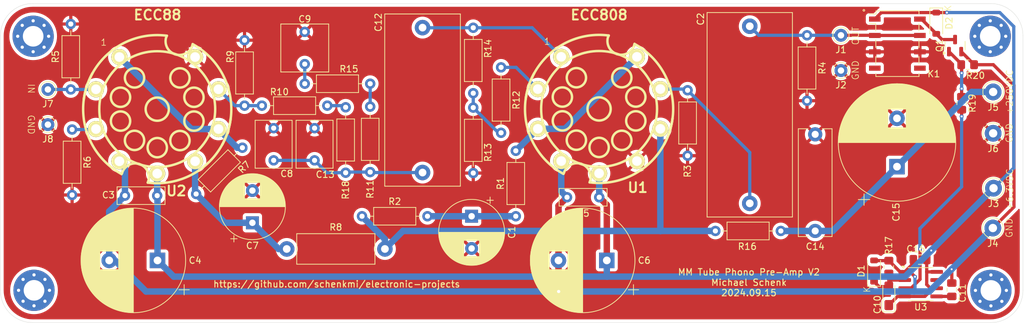
<source format=kicad_pcb>
(kicad_pcb (version 20240108) (generator "pcbnew") (generator_version "8.0")
  (layers (0 "F.Cu" signal) (31 "B.Cu" signal) (34 "B.Paste" user) (35 "F.Paste" user) (36 "B.SilkS" user "B.Silkscreen") (37 "F.SilkS" user "F.Silkscreen") (38 "B.Mask" user) (39 "F.Mask" user) (44 "Edge.Cuts" user))
  (net 0 "")
  (net 1 "FVCC")
  (net 2 "FGND")
  (net 3 "GND")
  (net 4 "Net-(C12-Pad1)")
  (net 5 "Net-(C9-Pad2)")
  (net 6 "Net-(U1B-G)")
  (net 7 "VDDA")
  (net 8 "Net-(J1-Pin_1)")
  (net 9 "Net-(J7-Pin_1)")
  (net 10 "Net-(C1-Pad1)")
  (net 11 "Net-(U2A-A)")
  (net 12 "Net-(R11-Pad2)")
  (net 13 "Net-(U1A-G)")
  (net 14 "Net-(U1A-K)")
  (net 15 "Net-(U1B-K)")
  (net 16 "Net-(U1A-A)")
  (net 17 "Net-(U2A-G)")
  (net 18 "Net-(U2A-K)")
  (net 19 "Net-(U2B-K)")
  (net 20 "Net-(R10-Pad2)")
  (net 21 "Net-(R12-Pad2)")
  (net 22 "Net-(D1-K)")
  (net 23 "Net-(U3-CV)")
  (net 24 "Net-(D2-A)")
  (net 27 "Net-(Q1-B)")
  (net 28 "Net-(U3-Q)")
  (footprint "Connector_Pin:Pin_D1.0mm_L10.0mm" (layer "F.Cu") (at 166.052316 86.6)
    (property "Reference" "J2" (at 0 2.25 0) (layer "F.SilkS"))
    (property "Value" "Conn_01x01")
    (pad "1" thru_hole circle (at 0 0) (size 2 2) (drill 1) (layers "*.Cu" "*.Mask") (net 3 "GND"))
  )
  (footprint "Capacitor_THT:CP_Radial_D18.0mm_P7.50mm" (layer "F.Cu") (at 174.752 101.52178 90)
    (property "Reference" "C15" (at -7.06322 -0.127 90) (layer "F.SilkS"))
    (property "Value" "100uF")
    (pad "1" thru_hole rect (at 0 0 90) (size 2.4 2.4) (drill 1.2) (layers "*.Cu" "*.Mask") (net 7 "VDDA"))
    (pad "2" thru_hole circle (at 7.5 0 90) (size 2.4 2.4) (drill 1.2) (layers "*.Cu" "*.Mask") (net 3 "GND"))
  )
  (footprint "Diode_SMD:D_SOD-123" (layer "F.Cu") (at 171.196 117.728 90)
    (property "Reference" "D1" (at 0 -2 90) (layer "F.SilkS"))
    (property "Value" "1N4148W")
    (pad "1" smd roundrect (at -1.65 0 90) (size 0.9 1.2) (layers "F.Cu" "F.Paste" "F.Mask") (net 22 "Net-(D1-K)"))
    (pad "2" smd roundrect (at 1.65 0 90) (size 0.9 1.2) (layers "F.Cu" "F.Paste" "F.Mask") (net 2 "FGND"))
  )
  (footprint "Connector_Pin:Pin_D1.0mm_L10.0mm" (layer "F.Cu") (at 166.052316 81.1276)
    (property "Reference" "J1" (at 0 2.25 0) (layer "F.SilkS"))
    (property "Value" "Conn_01x01")
    (pad "1" thru_hole circle (at 0 0) (size 2 2) (drill 1) (layers "*.Cu" "*.Mask") (net 8 "Net-(J1-Pin_1)"))
  )
  (footprint "Package_SO:SOIC-8_3.9x4.9mm_P1.27mm" (layer "F.Cu") (at 178.435 119.761)
    (property "Reference" "U3" (at 0 3.556 0) (layer "F.SilkS"))
    (property "Value" "TLC555xD")
    (pad "1" smd roundrect (at -2.475 -1.905) (size 1.95 0.6) (layers "F.Cu" "F.Paste" "F.Mask") (net 2 "FGND"))
    (pad "2" smd roundrect (at -2.475 -0.635) (size 1.95 0.6) (layers "F.Cu" "F.Paste" "F.Mask") (net 22 "Net-(D1-K)"))
    (pad "3" smd roundrect (at -2.475 0.635) (size 1.95 0.6) (layers "F.Cu" "F.Paste" "F.Mask") (net 28 "Net-(U3-Q)"))
    (pad "4" smd roundrect (at -2.475 1.905) (size 1.95 0.6) (layers "F.Cu" "F.Paste" "F.Mask") (net 1 "FVCC"))
    (pad "5" smd roundrect (at 2.475 1.905) (size 1.95 0.6) (layers "F.Cu" "F.Paste" "F.Mask") (net 23 "Net-(U3-CV)"))
    (pad "6" smd roundrect (at 2.475 0.635) (size 1.95 0.6) (layers "F.Cu" "F.Paste" "F.Mask") (net 1 "FVCC"))
    (pad "7" smd roundrect (at 2.475 -0.635) (size 1.95 0.6) (layers "F.Cu" "F.Paste" "F.Mask"))
    (pad "8" smd roundrect (at 2.475 -1.905) (size 1.95 0.6) (layers "F.Cu" "F.Paste" "F.Mask") (net 1 "FVCC"))
  )
  (footprint "Resistor_SMD:R_0805_2012Metric_Pad1.20x1.40mm_HandSolder" (layer "F.Cu") (at 184.785 91.678 -90)
    (property "Reference" "R19" (at 0 -1.65 90) (layer "F.SilkS"))
    (property "Value" "2.49k")
    (pad "1" smd roundrect (at -1 0 270) (size 1.2 1.4) (layers "F.Cu" "F.Paste" "F.Mask") (roundrect_rratio 0.208333) (net 27 "Net-(Q1-B)"))
    (pad "2" smd roundrect (at 1 0 270) (size 1.2 1.4) (layers "F.Cu" "F.Paste" "F.Mask") (roundrect_rratio 0.208333) (net 28 "Net-(U3-Q)"))
  )
  (footprint "Capacitor_THT:C_Rect_L7.2mm_W2.5mm_P5.00mm_FKS2_FKP2_MKS2_MKP2" (layer "F.Cu") (at 59.8932 106.0196 180)
    (property "Reference" "C3" (at 7.5692 0.1016 0) (layer "F.SilkS"))
    (property "Value" "100nF")
    (pad "1" thru_hole circle (at 0 0 180) (size 1.6 1.6) (drill 0.8) (layers "*.Cu" "*.Mask") (net 1 "FVCC"))
    (pad "2" thru_hole circle (at 5 0 180) (size 1.6 1.6) (drill 0.8) (layers "*.Cu" "*.Mask") (net 2 "FGND"))
  )
  (footprint "Capacitor_THT:C_Rect_L7.2mm_W2.5mm_P5.00mm_FKS2_FKP2_MKS2_MKP2" (layer "F.Cu") (at 128.524 106.2736 180)
    (property "Reference" "C5" (at 2.5 -2.5 0) (layer "F.SilkS"))
    (property "Value" "100nF")
    (pad "1" thru_hole circle (at 0 0 180) (size 1.6 1.6) (drill 0.8) (layers "*.Cu" "*.Mask") (net 1 "FVCC"))
    (pad "2" thru_hole circle (at 5 0 180) (size 1.6 1.6) (drill 0.8) (layers "*.Cu" "*.Mask") (net 2 "FGND"))
  )
  (footprint "Resistor_THT:R_Axial_DIN0207_L6.3mm_D2.5mm_P10.16mm_Horizontal" (layer "F.Cu") (at 46.482 89.535 90)
    (property "Reference" "R5" (at 5.08 -2.37 90) (layer "F.SilkS"))
    (property "Value" "49k")
    (pad "1" thru_hole circle (at 0 0 90) (size 1.6 1.6) (drill 0.8) (layers "*.Cu" "*.Mask") (net 9 "Net-(J7-Pin_1)"))
    (pad "2" thru_hole oval (at 10.16 0 90) (size 1.6 1.6) (drill 0.8) (layers "*.Cu" "*.Mask") (net 3 "GND"))
  )
  (footprint "Resistor_THT:R_Axial_DIN0207_L6.3mm_D2.5mm_P10.16mm_Horizontal" (layer "F.Cu") (at 76.1492 92.0496)
    (property "Reference" "R10" (at 2.7178 -2.1336 0) (layer "F.SilkS"))
    (property "Value" "20k")
    (pad "1" thru_hole circle (at 0 0) (size 1.6 1.6) (drill 0.8) (layers "*.Cu" "*.Mask") (net 18 "Net-(U2A-K)"))
    (pad "2" thru_hole oval (at 10.16 0) (size 1.6 1.6) (drill 0.8) (layers "*.Cu" "*.Mask") (net 20 "Net-(R10-Pad2)"))
  )
  (footprint "kicad-snk:TubeNoval-ECC88" (layer "F.Cu") (at 128.502699 92.562879 180)
    (property "Reference" "U1" (at -5.990301 -12.212121 0) (layer "F.SilkS") (effects (font (size 1.524 1.524) (thickness 0.3048))))
    (property "Value" "ECC808" (at 0 14.584879 0) (layer "F.SilkS") (effects (font (size 1.524 1.524) (thickness 0.3048))))
    (pad "1" thru_hole circle (at 5.87756 8.0899 180) (size 2.49936 2.49936) (drill 1.4986) (layers "*.Cu" "*.Mask" "F.SilkS") (net 6 "Net-(U1B-G)"))
    (pad "2" thru_hole circle (at 9.50976 3.0861 180) (size 2.49936 2.49936) (drill 1.4986) (layers "*.Cu" "*.Mask" "F.SilkS") (net 15 "Net-(U1B-K)"))
    (pad "3" thru_hole circle (at 9.50976 -3.0861 180) (size 2.49936 2.49936) (drill 1.4986) (layers "*.Cu" "*.Mask" "F.SilkS") (net 13 "Net-(U1A-G)"))
    (pad "4" thru_hole circle (at 5.87756 -8.0899 180) (size 2.49936 2.49936) (drill 1.4986) (layers "*.Cu" "*.Mask" "F.SilkS") (net 2 "FGND"))
    (pad "5" thru_hole circle (at 0 -9.99998 180) (size 2.49936 2.49936) (drill 1.4986) (layers "*.Cu" "*.Mask" "F.SilkS") (net 1 "FVCC"))
    (pad "6" thru_hole circle (at -5.87756 -8.0899 180) (size 2.49936 2.49936) (drill 1.4986) (layers "*.Cu" "*.Mask" "F.SilkS") (net 3 "GND"))
    (pad "7" thru_hole circle (at -9.50976 -3.0861 180) (size 2.49936 2.49936) (drill 1.4986) (layers "*.Cu" "*.Mask" "F.SilkS") (net 16 "Net-(U1A-A)"))
    (pad "8" thru_hole circle (at -9.50976 3.0861 180) (size 2.49936 2.49936) (drill 1.4986) (layers "*.Cu" "*.Mask" "F.SilkS") (net 14 "Net-(U1A-K)"))
    (pad "9" thru_hole circle (at -5.87756 8.0899 180) (size 2.49936 2.49936) (drill 1.4986) (layers "*.Cu" "*.Mask" "F.SilkS") (net 13 "Net-(U1A-G)"))
  )
  (footprint "Connector_Pin:Pin_D1.0mm_L10.0mm" (layer "F.Cu") (at 42.926 89.535)
    (property "Reference" "J7" (at 0 2.25 0) (layer "F.SilkS"))
    (property "Value" "Conn_01x01")
    (pad "1" thru_hole circle (at 0 0) (size 2 2) (drill 1) (layers "*.Cu" "*.Mask") (net 9 "Net-(J7-Pin_1)"))
  )
  (footprint "Capacitor_THT:CP_Radial_D16.0mm_P7.50mm" (layer "F.Cu") (at 59.944 116.078 180)
    (property "Reference" "C4" (at -5.842 0 0) (layer "F.SilkS"))
    (property "Value" "2200uF")
    (pad "1" thru_hole rect (at 0 0 180) (size 2.4 2.4) (drill 1.2) (layers "*.Cu" "*.Mask") (net 1 "FVCC"))
    (pad "2" thru_hole circle (at 7.5 0 180) (size 2.4 2.4) (drill 1.2) (layers "*.Cu" "*.Mask") (net 2 "FGND"))
  )
  (footprint "Resistor_THT:R_Axial_DIN0207_L6.3mm_D2.5mm_P10.16mm_Horizontal" (layer "F.Cu") (at 108.966 79.9592 -90)
    (property "Reference" "R14" (at 3.2258 -2.286 90) (layer "F.SilkS"))
    (property "Value" "1meg")
    (pad "1" thru_hole circle (at 0 0 270) (size 1.6 1.6) (drill 0.8) (layers "*.Cu" "*.Mask") (net 6 "Net-(U1B-G)"))
    (pad "2" thru_hole oval (at 10.16 0 270) (size 1.6 1.6) (drill 0.8) (layers "*.Cu" "*.Mask") (net 21 "Net-(R12-Pad2)"))
  )
  (footprint "Connector_Pin:Pin_D1.3mm_L11.0mm" (layer "F.Cu") (at 189.679337 89.922802)
    (property "Reference" "J5" (at 0 2.4 0) (layer "F.SilkS"))
    (property "Value" "Conn_01x01")
    (pad "1" thru_hole circle (at 0 0) (size 2.6 2.6) (drill 1.3) (layers "*.Cu" "*.Mask") (net 7 "VDDA"))
  )
  (footprint "MountingHole:MountingHole_3.2mm_M3_Pad_Via" (layer "F.Cu") (at 40.64 81.28)
    (property "Reference" "H1" (hide yes))
    (property "Value" "MountingHole")
    (pad "1" thru_hole circle (at -2.4 0) (size 0.8 0.8) (drill 0.5) (layers "*.Cu" "*.Mask"))
    (pad "1" thru_hole circle (at -1.697056 -1.697056) (size 0.8 0.8) (drill 0.5) (layers "*.Cu" "*.Mask"))
    (pad "1" thru_hole circle (at -1.697056 1.697056) (size 0.8 0.8) (drill 0.5) (layers "*.Cu" "*.Mask"))
    (pad "1" thru_hole circle (at 0 -2.4) (size 0.8 0.8) (drill 0.5) (layers "*.Cu" "*.Mask"))
    (pad "1" thru_hole circle (at 0 0) (size 6.4 6.4) (drill 3.2) (layers "*.Cu" "*.Mask"))
    (pad "1" thru_hole circle (at 0 2.4) (size 0.8 0.8) (drill 0.5) (layers "*.Cu" "*.Mask"))
    (pad "1" thru_hole circle (at 1.697056 -1.697056) (size 0.8 0.8) (drill 0.5) (layers "*.Cu" "*.Mask"))
    (pad "1" thru_hole circle (at 1.697056 1.697056) (size 0.8 0.8) (drill 0.5) (layers "*.Cu" "*.Mask"))
    (pad "1" thru_hole circle (at 2.4 0) (size 0.8 0.8) (drill 0.5) (layers "*.Cu" "*.Mask"))
  )
  (footprint "Resistor_THT:R_Axial_DIN0207_L6.3mm_D2.5mm_P10.16mm_Horizontal" (layer "F.Cu") (at 115.57 109.22 90)
    (property "Reference" "R1" (at 5.08 -2.37 90) (layer "F.SilkS"))
    (property "Value" "221k")
    (pad "1" thru_hole circle (at 0 0 90) (size 1.6 1.6) (drill 0.8) (layers "*.Cu" "*.Mask") (net 10 "Net-(C1-Pad1)"))
    (pad "2" thru_hole oval (at 10.16 0 90) (size 1.6 1.6) (drill 0.8) (layers "*.Cu" "*.Mask") (net 13 "Net-(U1A-G)"))
  )
  (footprint "Capacitor_THT:CP_Radial_D16.0mm_P7.50mm" (layer "F.Cu") (at 129.699955 116.078 180)
    (property "Reference" "C6" (at -5.809045 0 0) (layer "F.SilkS"))
    (property "Value" "2200uF")
    (pad "1" thru_hole rect (at 0 0 180) (size 2.4 2.4) (drill 1.2) (layers "*.Cu" "*.Mask") (net 1 "FVCC"))
    (pad "2" thru_hole circle (at 7.5 0 180) (size 2.4 2.4) (drill 1.2) (layers "*.Cu" "*.Mask") (net 2 "FGND"))
  )
  (footprint "MountingHole:MountingHole_3.2mm_M3_Pad_Via" (layer "F.Cu") (at 40.771744 120.721456)
    (property "Reference" "H3" (hide yes))
    (property "Value" "MountingHole")
    (pad "1" thru_hole circle (at -2.4 0) (size 0.8 0.8) (drill 0.5) (layers "*.Cu" "*.Mask"))
    (pad "1" thru_hole circle (at -1.697056 -1.697056) (size 0.8 0.8) (drill 0.5) (layers "*.Cu" "*.Mask"))
    (pad "1" thru_hole circle (at -1.697056 1.697056) (size 0.8 0.8) (drill 0.5) (layers "*.Cu" "*.Mask"))
    (pad "1" thru_hole circle (at 0 -2.4) (size 0.8 0.8) (drill 0.5) (layers "*.Cu" "*.Mask"))
    (pad "1" thru_hole circle (at 0 0) (size 6.4 6.4) (drill 3.2) (layers "*.Cu" "*.Mask"))
    (pad "1" thru_hole circle (at 0 2.4) (size 0.8 0.8) (drill 0.5) (layers "*.Cu" "*.Mask"))
    (pad "1" thru_hole circle (at 1.697056 -1.697056) (size 0.8 0.8) (drill 0.5) (layers "*.Cu" "*.Mask"))
    (pad "1" thru_hole circle (at 1.697056 1.697056) (size 0.8 0.8) (drill 0.5) (layers "*.Cu" "*.Mask"))
    (pad "1" thru_hole circle (at 2.4 0) (size 0.8 0.8) (drill 0.5) (layers "*.Cu" "*.Mask"))
  )
  (footprint "Capacitor_THT:C_Rect_L7.2mm_W5.5mm_P5.00mm_FKS2_FKP2_MKS2_MKP2" (layer "F.Cu") (at 77.978 95.544 -90)
    (property "Reference" "C8" (at 7.072 -2.032 180) (layer "F.SilkS"))
    (property "Value" "22nF/1%")
    (pad "1" thru_hole circle (at 0 0 270) (size 1.6 1.6) (drill 0.8) (layers "*.Cu" "*.Mask") (net 3 "GND"))
    (pad "2" thru_hole circle (at 5 0 270) (size 1.6 1.6) (drill 0.8) (layers "*.Cu" "*.Mask") (net 4 "Net-(C12-Pad1)"))
  )
  (footprint "Resistor_THT:R_Axial_DIN0207_L6.3mm_D2.5mm_P10.16mm_Horizontal" (layer "F.Cu") (at 101.854 109.22 180)
    (property "Reference" "R2" (at 5.08 2.286 0) (layer "F.SilkS"))
    (property "Value" "1k")
    (pad "1" thru_hole circle (at 0 0 180) (size 1.6 1.6) (drill 0.8) (layers "*.Cu" "*.Mask") (net 10 "Net-(C1-Pad1)"))
    (pad "2" thru_hole oval (at 10.16 0 180) (size 1.6 1.6) (drill 0.8) (layers "*.Cu" "*.Mask") (net 16 "Net-(U1A-A)"))
  )
  (footprint "Resistor_THT:R_Axial_DIN0207_L6.3mm_D2.5mm_P10.16mm_Horizontal" (layer "F.Cu") (at 160.782 81.1276 -90)
    (property "Reference" "R4" (at 5.08 -2.37 90) (layer "F.SilkS"))
    (property "Value" "1meg")
    (pad "1" thru_hole circle (at 0 0 270) (size 1.6 1.6) (drill 0.8) (layers "*.Cu" "*.Mask") (net 8 "Net-(J1-Pin_1)"))
    (pad "2" thru_hole oval (at 10.16 0 270) (size 1.6 1.6) (drill 0.8) (layers "*.Cu" "*.Mask") (net 3 "GND"))
  )
  (footprint "Resistor_THT:R_Axial_DIN0207_L6.3mm_D2.5mm_P10.16mm_Horizontal" (layer "F.Cu") (at 46.6852 95.758 -90)
    (property "Reference" "R6" (at 5.08 -2.37 90) (layer "F.SilkS"))
    (property "Value" "162R")
    (pad "1" thru_hole circle (at 0 0 270) (size 1.6 1.6) (drill 0.8) (layers "*.Cu" "*.Mask") (net 19 "Net-(U2B-K)"))
    (pad "2" thru_hole oval (at 10.16 0 270) (size 1.6 1.6) (drill 0.8) (layers "*.Cu" "*.Mask") (net 3 "GND"))
  )
  (footprint "Package_TO_SOT_SMD:SOT-23" (layer "F.Cu") (at 183.769 82.7255 90)
    (property "Reference" "Q1" (at 0 -2.4 90) (layer "F.SilkS"))
    (property "Value" "MMBT3904")
    (pad "1" smd roundrect (at -0.9375 -0.95 90) (size 1.475 0.6) (layers "F.Cu" "F.Paste" "F.Mask") (net 27 "Net-(Q1-B)"))
    (pad "2" smd roundrect (at -0.9375 0.95 90) (size 1.475 0.6) (layers "F.Cu" "F.Paste" "F.Mask") (net 2 "FGND"))
    (pad "3" smd roundrect (at 0.9375 0 90) (size 1.475 0.6) (layers "F.Cu" "F.Paste" "F.Mask") (net 24 "Net-(D2-A)"))
  )
  (footprint "Relay_SMD:Relay_DPDT_Omron_G6K-2F" (layer "F.Cu") (at 174.808 82.423)
    (property "Reference" "K1" (at 5.659 4.699 0) (layer "F.SilkS"))
    (property "Value" "G6K-2F-TR DC6")
    (pad "1" smd rect (at -3.5 -3.81) (size 1.8 0.8) (layers "F.Cu" "F.Paste" "F.Mask") (net 1 "FVCC"))
    (pad "2" smd rect (at -3.5 -1.27) (size 1.8 0.8) (layers "F.Cu" "F.Paste" "F.Mask") (net 8 "Net-(J1-Pin_1)"))
    (pad "3" smd rect (at -3.5 1.27) (size 1.8 0.8) (layers "F.Cu" "F.Paste" "F.Mask") (net 3 "GND"))
    (pad "4" smd rect (at -3.5 3.81) (size 1.8 0.8) (layers "F.Cu" "F.Paste" "F.Mask"))
    (pad "5" smd rect (at 3.5 3.81) (size 1.8 0.8) (layers "F.Cu" "F.Paste" "F.Mask"))
    (pad "6" smd rect (at 3.5 1.27) (size 1.8 0.8) (layers "F.Cu" "F.Paste" "F.Mask") (net 3 "GND"))
    (pad "7" smd rect (at 3.5 -1.27) (size 1.8 0.8) (layers "F.Cu" "F.Paste" "F.Mask") (net 8 "Net-(J1-Pin_1)"))
    (pad "8" smd rect (at 3.5 -3.81) (size 1.8 0.8) (layers "F.Cu" "F.Paste" "F.Mask") (net 24 "Net-(D2-A)"))
  )
  (footprint "MountingHole:MountingHole_3.2mm_M3_Pad_Via" (layer "F.Cu") (at 189.23 81.28)
    (property "Reference" "H2" (hide yes))
    (property "Value" "MountingHole")
    (pad "1" thru_hole circle (at -2.4 0) (size 0.8 0.8) (drill 0.5) (layers "*.Cu" "*.Mask"))
    (pad "1" thru_hole circle (at -1.697056 -1.697056) (size 0.8 0.8) (drill 0.5) (layers "*.Cu" "*.Mask"))
    (pad "1" thru_hole circle (at -1.697056 1.697056) (size 0.8 0.8) (drill 0.5) (layers "*.Cu" "*.Mask"))
    (pad "1" thru_hole circle (at 0 -2.4) (size 0.8 0.8) (drill 0.5) (layers "*.Cu" "*.Mask"))
    (pad "1" thru_hole circle (at 0 0) (size 6.4 6.4) (drill 3.2) (layers "*.Cu" "*.Mask"))
    (pad "1" thru_hole circle (at 0 2.4) (size 0.8 0.8) (drill 0.5) (layers "*.Cu" "*.Mask"))
    (pad "1" thru_hole circle (at 1.697056 -1.697056) (size 0.8 0.8) (drill 0.5) (layers "*.Cu" "*.Mask"))
    (pad "1" thru_hole circle (at 1.697056 1.697056) (size 0.8 0.8) (drill 0.5) (layers "*.Cu" "*.Mask"))
    (pad "1" thru_hole circle (at 2.4 0) (size 0.8 0.8) (drill 0.5) (layers "*.Cu" "*.Mask"))
  )
  (footprint "Resistor_SMD:R_0805_2012Metric_Pad1.20x1.40mm_HandSolder" (layer "F.Cu") (at 185.719 85.695)
    (property "Reference" "R20" (at 1.225 1.681 0) (layer "F.SilkS"))
    (property "Value" "2.49k")
    (pad "1" smd roundrect (at -1 0) (size 1.2 1.4) (layers "F.Cu" "F.Paste" "F.Mask") (roundrect_rratio 0.208333) (net 27 "Net-(Q1-B)"))
    (pad "2" smd roundrect (at 1 0) (size 1.2 1.4) (layers "F.Cu" "F.Paste" "F.Mask") (roundrect_rratio 0.208333) (net 2 "FGND"))
  )
  (footprint "Resistor_THT:R_Axial_DIN0207_L6.3mm_D2.5mm_P10.16mm_Horizontal" (layer "F.Cu") (at 73.4568 92.0496 90)
    (property "Reference" "R9" (at 7.5946 -2.2098 90) (layer "F.SilkS"))
    (property "Value" "20k")
    (pad "1" thru_hole circle (at 0 0 90) (size 1.6 1.6) (drill 0.8) (layers "*.Cu" "*.Mask") (net 18 "Net-(U2A-K)"))
    (pad "2" thru_hole oval (at 10.16 0 90) (size 1.6 1.6) (drill 0.8) (layers "*.Cu" "*.Mask") (net 3 "GND"))
  )
  (footprint "Resistor_THT:R_Axial_DIN0207_L6.3mm_D2.5mm_P10.16mm_Horizontal" (layer "F.Cu") (at 89.154 92.3036 -90)
    (property "Reference" "R18" (at 12.8524 0 90) (layer "F.SilkS"))
    (property "Value" "11.5k/0.25W")
    (pad "1" thru_hole circle (at 0 0 270) (size 1.6 1.6) (drill 0.8) (layers "*.Cu" "*.Mask") (net 20 "Net-(R10-Pad2)"))
    (pad "2" thru_hole oval (at 10.16 0 270) (size 1.6 1.6) (drill 0.8) (layers "*.Cu" "*.Mask") (net 4 "Net-(C12-Pad1)"))
  )
  (footprint "Resistor_THT:R_Axial_DIN0207_L6.3mm_D2.5mm_P10.16mm_Horizontal" (layer "F.Cu") (at 146.558 111.506)
    (property "Reference" "R16" (at 4.953 2.413 0) (layer "F.SilkS"))
    (property "Value" "511R/1W")
    (pad "1" thru_hole circle (at 0 0) (size 1.6 1.6) (drill 0.8) (layers "*.Cu" "*.Mask") (net 16 "Net-(U1A-A)"))
    (pad "2" thru_hole oval (at 10.16 0) (size 1.6 1.6) (drill 0.8) (layers "*.Cu" "*.Mask") (net 7 "VDDA"))
  )
  (footprint "Connector_Pin:Pin_D1.3mm_L11.0mm" (layer "F.Cu") (at 189.6364 111.049865)
    (property "Reference" "J4" (at 0 2.4 0) (layer "F.SilkS"))
    (property "Value" "Conn_01x01")
    (pad "1" thru_hole circle (at 0 0) (size 2.6 2.6) (drill 1.3) (layers "*.Cu" "*.Mask") (net 2 "FGND"))
  )
  (footprint "Capacitor_THT:C_Rect_L7.2mm_W5.5mm_P5.00mm_FKS2_FKP2_MKS2_MKP2" (layer "F.Cu") (at 84.328 95.544 -90)
    (property "Reference" "C13" (at 7.199 -1.651 180) (layer "F.SilkS"))
    (property "Value" "1nF/1%")
    (pad "1" thru_hole circle (at 0 0 270) (size 1.6 1.6) (drill 0.8) (layers "*.Cu" "*.Mask") (net 3 "GND"))
    (pad "2" thru_hole circle (at 5 0 270) (size 1.6 1.6) (drill 0.8) (layers "*.Cu" "*.Mask") (net 4 "Net-(C12-Pad1)"))
  )
  (footprint "MountingHole:MountingHole_3.2mm_M3_Pad_Via" (layer "F.Cu") (at 189.331599 120.736255)
    (property "Reference" "H4" (hide yes))
    (property "Value" "MountingHole")
    (pad "1" thru_hole circle (at -2.4 0) (size 0.8 0.8) (drill 0.5) (layers "*.Cu" "*.Mask"))
    (pad "1" thru_hole circle (at -1.697056 -1.697056) (size 0.8 0.8) (drill 0.5) (layers "*.Cu" "*.Mask"))
    (pad "1" thru_hole circle (at -1.697056 1.697056) (size 0.8 0.8) (drill 0.5) (layers "*.Cu" "*.Mask"))
    (pad "1" thru_hole circle (at 0 -2.4) (size 0.8 0.8) (drill 0.5) (layers "*.Cu" "*.Mask"))
    (pad "1" thru_hole circle (at 0 0) (size 6.4 6.4) (drill 3.2) (layers "*.Cu" "*.Mask"))
    (pad "1" thru_hole circle (at 0 2.4) (size 0.8 0.8) (drill 0.5) (layers "*.Cu" "*.Mask"))
    (pad "1" thru_hole circle (at 1.697056 -1.697056) (size 0.8 0.8) (drill 0.5) (layers "*.Cu" "*.Mask"))
    (pad "1" thru_hole circle (at 1.697056 1.697056) (size 0.8 0.8) (drill 0.5) (layers "*.Cu" "*.Mask"))
    (pad "1" thru_hole circle (at 2.4 0) (size 0.8 0.8) (drill 0.5) (layers "*.Cu" "*.Mask"))
  )
  (footprint "kicad-snk:TubeNoval-ECC88" (layer "F.Cu") (at 59.903391 92.594914 180)
    (property "Reference" "U2" (at -2.961609 -12.7 0) (layer "F.SilkS") (effects (font (size 1.524 1.524) (thickness 0.3048))))
    (property "Value" "ECC88" (at -0.040609 14.616914 0) (layer "F.SilkS") (effects (font (size 1.524 1.524) (thickness 0.3048))))
    (pad "1" thru_hole circle (at 5.87756 8.0899 180) (size 2.49936 2.49936) (drill 1.4986) (layers "*.Cu" "*.Mask" "F.SilkS") (net 17 "Net-(U2A-G)"))
    (pad "2" thru_hole circle (at 9.50976 3.0861 180) (size 2.49936 2.49936) (drill 1.4986) (layers "*.Cu" "*.Mask" "F.SilkS") (net 9 "Net-(J7-Pin_1)"))
    (pad "3" thru_hole circle (at 9.50976 -3.0861 180) (size 2.49936 2.49936) (drill 1.4986) (layers "*.Cu" "*.Mask" "F.SilkS") (net 19 "Net-(U2B-K)"))
    (pad "4" thru_hole circle (at 5.87756 -8.0899 180) (size 2.49936 2.49936) (drill 1.4986) (layers "*.Cu" "*.Mask" "F.SilkS") (net 2 "FGND"))
    (pad "5" thru_hole circle (at 0 -9.99998 180) (size 2.49936 2.49936) (drill 1.4986) (layers "*.Cu" "*.Mask" "F.SilkS") (net 1 "FVCC"))
    (pad "6" thru_hole circle (at -5.87756 -8.0899 180) (size 2.49936 2.49936) (drill 1.4986) (layers "*.Cu" "*.Mask" "F.SilkS") (net 11 "Net-(U2A-A)"))
    (pad "7" thru_hole circle (at -9.50976 -3.0861 180) (size 2.49936 2.49936) (drill 1.4986) (layers "*.Cu" "*.Mask" "F.SilkS") (net 17 "Net-(U2A-G)"))
    (pad "8" thru_hole circle (at -9.50976 3.0861 180) (size 2.49936 2.49936) (drill 1.4986) (layers "*.Cu" "*.Mask" "F.SilkS") (net 18 "Net-(U2A-K)"))
    (pad "9" thru_hole circle (at -5.87756 8.0899 180) (size 2.49936 2.49936) (drill 1.4986) (layers "*.Cu" "*.Mask" "F.SilkS") (net 3 "GND"))
  )
  (footprint "Capacitor_SMD:C_0805_2012Metric_Pad1.18x1.45mm_HandSolder" (layer "F.Cu") (at 178.3295 115.951 180)
    (property "Reference" "C16" (at 0.6565 1.651 0) (layer "F.SilkS"))
    (property "Value" "100nF/50V")
    (pad "1" smd roundrect (at -1.0375 0 180) (size 1.175 1.45) (layers "F.Cu" "F.Paste" "F.Mask") (roundrect_rratio 0.212766) (net 1 "FVCC"))
    (pad "2" smd roundrect (at 1.0375 0 180) (size 1.175 1.45) (layers "F.Cu" "F.Paste" "F.Mask") (roundrect_rratio 0.212766) (net 2 "FGND"))
  )
  (footprint "Resistor_THT:R_Axial_DIN0207_L6.3mm_D2.5mm_P10.16mm_Horizontal" (layer "F.Cu") (at 108.966 92.3544 -90)
    (property "Reference" "R13" (at 6.9596 -2.286 90) (layer "F.SilkS"))
    (property "Value" "1k")
    (pad "1" thru_hole circle (at 0 0 270) (size 1.6 1.6) (drill 0.8) (layers "*.Cu" "*.Mask") (net 21 "Net-(R12-Pad2)"))
    (pad "2" thru_hole oval (at 10.16 0 270) (size 1.6 1.6) (drill 0.8) (layers "*.Cu" "*.Mask") (net 3 "GND"))
  )
  (footprint "Capacitor_THT:CP_Radial_D10.0mm_P5.00mm" (layer "F.Cu") (at 74.676 110.236 90)
    (property "Reference" "C7" (at -3.556 0 180) (layer "F.SilkS"))
    (property "Value" "10uF/350V")
    (pad "1" thru_hole rect (at 0 0 90) (size 2 2) (drill 1) (layers "*.Cu" "*.Mask") (net 11 "Net-(U2A-A)"))
    (pad "2" thru_hole circle (at 5 0 90) (size 2 2) (drill 1) (layers "*.Cu" "*.Mask") (net 3 "GND"))
  )
  (footprint "Capacitor_Tantalum_SMD:CP_EIA-3216-12_Kemet-S_Pad1.58x1.35mm_HandSolder" (layer "F.Cu") (at 173.482 121.5795 90)
    (property "Reference" "C10" (at -1.3565 -1.778 90) (layer "F.SilkS"))
    (property "Value" "15uF/10V")
    (pad "1" smd roundrect (at -1.4375 0 90) (size 1.575 1.35) (layers "F.Cu" "F.Paste" "F.Mask") (roundrect_rratio 0.185185) (net 1 "FVCC"))
    (pad "2" smd roundrect (at 1.4375 0 90) (size 1.575 1.35) (layers "F.Cu" "F.Paste" "F.Mask") (roundrect_rratio 0.185185) (net 22 "Net-(D1-K)"))
  )
  (footprint "Resistor_SMD:R_0805_2012Metric_Pad1.20x1.40mm_HandSolder" (layer "F.Cu") (at 173.482 117.11 90)
    (property "Reference" "R17" (at 3.318 0 90) (layer "F.SilkS"))
    (property "Value" "3.3Meg")
    (pad "1" smd roundrect (at -1 0 90) (size 1.2 1.4) (layers "F.Cu" "F.Paste" "F.Mask") (roundrect_rratio 0.208333) (net 22 "Net-(D1-K)"))
    (pad "2" smd roundrect (at 1 0 90) (size 1.2 1.4) (layers "F.Cu" "F.Paste" "F.Mask") (roundrect_rratio 0.208333) (net 2 "FGND"))
  )
  (footprint "Capacitor_THT:CP_Radial_D10.0mm_P5.00mm" (layer "F.Cu") (at 108.712 109.22 -90)
    (property "Reference" "C1" (at 2.5 -6.25 90) (layer "F.SilkS"))
    (property "Value" "10uF/350V")
    (pad "1" thru_hole rect (at 0 0 270) (size 2 2) (drill 1) (layers "*.Cu" "*.Mask") (net 10 "Net-(C1-Pad1)"))
    (pad "2" thru_hole circle (at 5 0 270) (size 2 2) (drill 1) (layers "*.Cu" "*.Mask") (net 3 "GND"))
  )
  (footprint "Resistor_THT:R_Axial_DIN0207_L6.3mm_D2.5mm_P10.16mm_Horizontal" (layer "F.Cu") (at 65.9384 105.7656 45)
    (property "Reference" "R7" (at 8.225915 2.334867 45) (layer "F.SilkS"))
    (property "Value" "20k")
    (pad "1" thru_hole circle (at 0 0 45) (size 1.6 1.6) (drill 0.8) (layers "*.Cu" "*.Mask") (net 11 "Net-(U2A-A)"))
    (pad "2" thru_hole oval (at 10.16 0 45) (size 1.6 1.6) (drill 0.8) (layers "*.Cu" "*.Mask") (net 17 "Net-(U2A-G)"))
  )
  (footprint "Capacitor_SMD:C_0805_2012Metric_Pad1.18x1.45mm_HandSolder" (layer "F.Cu") (at 183.261 120.6285 90)
    (property "Reference" "C11" (at -0.5295 1.651 90) (layer "F.SilkS"))
    (property "Value" "100nF/50V")
    (pad "1" smd roundrect (at -1.0375 0 90) (size 1.175 1.45) (layers "F.Cu" "F.Paste" "F.Mask") (roundrect_rratio 0.212766) (net 23 "Net-(U3-CV)"))
    (pad "2" smd roundrect (at 1.0375 0 90) (size 1.175 1.45) (layers "F.Cu" "F.Paste" "F.Mask") (roundrect_rratio 0.212766) (net 2 "FGND"))
  )
  (footprint "Resistor_THT:R_Axial_DIN0414_L11.9mm_D4.5mm_P15.24mm_Horizontal" (layer "F.Cu") (at 80.01 114.3)
    (property "Reference" "R8" (at 7.62 -3.37 0) (layer "F.SilkS"))
    (property "Value" "33k/2W")
    (pad "1" thru_hole circle (at 0 0) (size 2.4 2.4) (drill 1.2) (layers "*.Cu" "*.Mask") (net 11 "Net-(U2A-A)"))
    (pad "2" thru_hole oval (at 15.24 0) (size 2.4 2.4) (drill 1.2) (layers "*.Cu" "*.Mask") (net 16 "Net-(U1A-A)"))
  )
  (footprint "Resistor_THT:R_Axial_DIN0207_L6.3mm_D2.5mm_P10.16mm_Horizontal" (layer "F.Cu") (at 92.964 102.362 90)
    (property "Reference" "R11" (at -2.667 0 90) (layer "F.SilkS"))
    (property "Value" "4k42/0.25W")
    (pad "1" thru_hole circle (at 0 0 90) (size 1.6 1.6) (drill 0.8) (layers "*.Cu" "*.Mask") (net 4 "Net-(C12-Pad1)"))
    (pad "2" thru_hole oval (at 10.16 0 90) (size 1.6 1.6) (drill 0.8) (layers "*.Cu" "*.Mask") (net 12 "Net-(R11-Pad2)"))
  )
  (footprint "Capacitor_THT:C_Rect_L26.5mm_W11.5mm_P22.50mm_MKS4" (layer "F.Cu") (at 101.092 102.436 90)
    (property "Reference" "C12" (at 23.315 -6.858 90) (layer "F.SilkS"))
    (property "Value" "1uF/250V")
    (pad "1" thru_hole circle (at 0 0 90) (size 2.4 2.4) (drill 1.2) (layers "*.Cu" "*.Mask") (net 4 "Net-(C12-Pad1)"))
    (pad "2" thru_hole circle (at 22.5 0 90) (size 2.4 2.4) (drill 1.2) (layers "*.Cu" "*.Mask") (net 6 "Net-(U1B-G)"))
  )
  (footprint "Diode_SMD:D_SOD-123" (layer "F.Cu") (at 180.848 79.249 -90)
    (property "Reference" "D2" (at 0 -2 90) (layer "F.SilkS"))
    (property "Value" "1N4148W")
    (pad "1" smd roundrect (at -1.65 0 270) (size 0.9 1.2) (layers "F.Cu" "F.Paste" "F.Mask") (net 1 "FVCC"))
    (pad "2" smd roundrect (at 1.65 0 270) (size 0.9 1.2) (layers "F.Cu" "F.Paste" "F.Mask") (net 24 "Net-(D2-A)"))
  )
  (footprint "Resistor_THT:R_Axial_DIN0207_L6.3mm_D2.5mm_P10.16mm_Horizontal" (layer "F.Cu") (at 92.964 88.646 180)
    (property "Reference" "R15" (at 3.302 2.286 0) (layer "F.SilkS"))
    (property "Value" "221R/0.25W")
    (pad "1" thru_hole circle (at 0 0 180) (size 1.6 1.6) (drill 0.8) (layers "*.Cu" "*.Mask") (net 12 "Net-(R11-Pad2)"))
    (pad "2" thru_hole oval (at 10.16 0 180) (size 1.6 1.6) (drill 0.8) (layers "*.Cu" "*.Mask") (net 5 "Net-(C9-Pad2)"))
  )
  (footprint "Resistor_THT:R_Axial_DIN0207_L6.3mm_D2.5mm_P10.16mm_Horizontal" (layer "F.Cu") (at 142.24 89.662 -90)
    (property "Reference" "R3" (at 12.573 0 90) (layer "F.SilkS"))
    (property "Value" "221k")
    (pad "1" thru_hole circle (at 0 0 270) (size 1.6 1.6) (drill 0.8) (layers "*.Cu" "*.Mask") (net 14 "Net-(U1A-K)"))
    (pad "2" thru_hole oval (at 10.16 0 270) (size 1.6 1.6) (drill 0.8) (layers "*.Cu" "*.Mask") (net 3 "GND"))
  )
  (footprint "Connector_Pin:Pin_D1.0mm_L10.0mm" (layer "F.Cu") (at 42.926 94.996)
    (property "Reference" "J8" (at 0 2.25 0) (layer "F.SilkS"))
    (property "Value" "Conn_01x01")
    (pad "1" thru_hole circle (at 0 0) (size 2 2) (drill 1) (layers "*.Cu" "*.Mask") (net 3 "GND"))
  )
  (footprint "Capacitor_THT:C_Rect_L7.2mm_W7.2mm_P5.00mm_FKS2_FKP2_MKS2_MKP2" (layer "F.Cu") (at 82.804 80.598 -90)
    (property "Reference" "C9" (at -1.985 0 180) (layer "F.SilkS"))
    (property "Value" "68nF/1%")
    (pad "1" thru_hole circle (at 0 0 270) (size 1.6 1.6) (drill 0.8) (layers "*.Cu" "*.Mask") (net 3 "GND"))
    (pad "2" thru_hole circle (at 5 0 270) (size 1.6 1.6) (drill 0.8) (layers "*.Cu" "*.Mask") (net 5 "Net-(C9-Pad2)"))
  )
  (footprint "Connector_Pin:Pin_D1.3mm_L11.0mm" (layer "F.Cu") (at 189.679337 96.340722)
    (property "Reference" "J6" (at 0 2.4 0) (layer "F.SilkS"))
    (property "Value" "Conn_01x01")
    (pad "1" thru_hole circle (at 0 0) (size 2.6 2.6) (drill 1.3) (layers "*.Cu" "*.Mask") (net 3 "GND"))
  )
  (footprint "Capacitor_THT:C_Rect_L31.5mm_W13.0mm_P27.50mm_MKS4" (layer "F.Cu") (at 151.892 107.222 90)
    (property "Reference" "C2" (at 28.609 -7.62 90) (layer "F.SilkS"))
    (property "Value" "3.3uF/250V")
    (pad "1" thru_hole circle (at 0 0 90) (size 2.4 2.4) (drill 1.2) (layers "*.Cu" "*.Mask") (net 14 "Net-(U1A-K)"))
    (pad "2" thru_hole circle (at 27.5 0 90) (size 2.4 2.4) (drill 1.2) (layers "*.Cu" "*.Mask") (net 8 "Net-(J1-Pin_1)"))
  )
  (footprint "Connector_Pin:Pin_D1.3mm_L11.0mm" (layer "F.Cu") (at 189.738 104.868022)
    (property "Reference" "J3" (at 0 2.4 0) (layer "F.SilkS"))
    (property "Value" "Conn_01x01")
    (pad "1" thru_hole circle (at 0 0) (size 2.6 2.6) (drill 1.3) (layers "*.Cu" "*.Mask") (net 1 "FVCC"))
  )
  (footprint "Resistor_THT:R_Axial_DIN0207_L6.3mm_D2.5mm_P10.16mm_Horizontal" (layer "F.Cu") (at 113.284 86.106 -90)
    (property "Reference" "R12" (at 5.08 -2.37 90) (layer "F.SilkS"))
    (property "Value" "162R")
    (pad "1" thru_hole circle (at 0 0 270) (size 1.6 1.6) (drill 0.8) (layers "*.Cu" "*.Mask") (net 15 "Net-(U1B-K)"))
    (pad "2" thru_hole oval (at 10.16 0 270) (size 1.6 1.6) (drill 0.8) (layers "*.Cu" "*.Mask") (net 21 "Net-(R12-Pad2)"))
  )
  (footprint "Capacitor_THT:C_Rect_L16.5mm_W5.0mm_P15.00mm_MKT" (layer "F.Cu") (at 162.052 111.506 90)
    (property "Reference" "C14" (at -2.413 0 180) (layer "F.SilkS"))
    (property "Value" "100nF")
    (pad "1" thru_hole circle (at 0 0 90) (size 2.2 2.2) (drill 1.1) (layers "*.Cu" "*.Mask") (net 7 "VDDA"))
    (pad "2" thru_hole circle (at 15 0 90) (size 2.2 2.2) (drill 1.1) (layers "*.Cu" "*.Mask") (net 3 "GND"))
  )
  (gr_arc (start 40.56 125.73) (mid 37.024466 124.265534) (end 35.56 120.73) (stroke (width 0.05)) (layer "Edge.Cuts"))
  (gr_arc (start 189.31 76.2) (mid 192.845534 77.664466) (end 194.31 81.2) (stroke (width 0.05)) (layer "Edge.Cuts"))
  (gr_arc (start 194.31 120.73) (mid 192.845534 124.265534) (end 189.31 125.73) (stroke (width 0.05)) (layer "Edge.Cuts"))
  (gr_line (start 35.56 120.73) (end 35.56 81.2) (stroke (width 0.05)) (layer "Edge.Cuts"))
  (gr_arc (start 35.56 81.2) (mid 37.024466 77.664466) (end 40.56 76.2) (stroke (width 0.05)) (layer "Edge.Cuts"))
  (gr_line (start 194.31 81.2) (end 194.31 120.73) (stroke (width 0.05)) (layer "Edge.Cuts"))
  (gr_line (start 40.56 76.2) (end 189.31 76.2) (stroke (width 0.05)) (layer "Edge.Cuts"))
  (gr_line (start 189.31 125.73) (end 40.56 125.73) (stroke (width 0.05)) (layer "Edge.Cuts"))
  (gr_text "GND" (at 192.770289 112.617255 90) (layer "F.SilkS") (effects (font (size 1 1) (thickness 0.1)) (justify left bottom)))
  (gr_text "°" (at 169.164 78.232 0) (layer "F.SilkS") (effects (font (size 1 1) (thickness 0.1)) (justify left bottom)))
  (gr_text "GND" (at 168.897116 88.138 90) (layer "F.SilkS") (effects (font (size 1 1) (thickness 0.1)) (justify left bottom)))
  (gr_text "IN" (at 39.751 89.408 270) (layer "F.SilkS") (effects (font (size 1 1) (thickness 0.1)) (justify bottom)))
  (gr_text "https://github.com/schenkmi/electronic-projects" (at 87.757 119.761 0) (layer "F.SilkS") (effects (font (size 1 1))))
  (gr_text "MM Tube Phono Pre-Amp V2\nMichael Schenk\n2024.09.15" (at 151.765 119.507 0) (layer "F.SilkS") (effects (font (size 1 1))))
  (gr_text "+6.3VDC" (at 192.854476 108.3564 90) (layer "F.SilkS") (effects (font (size 1 1) (thickness 0.1)) (justify left bottom)))
  (gr_text "K" (at 183.261 77.47 90) (layer "F.SilkS") (effects (font (size 1 1) (thickness 0.1)) (justify left bottom)))
  (gr_text "1" (at 119.888 82.677 0) (layer "F.SilkS") (effects (font (size 1 1) (thickness 0.1)) (justify left bottom)))
  (gr_text "+250VDC" (at 192.828937 93.478802 90) (layer "F.SilkS") (effects (font (size 1 1) (thickness 0.1)) (justify left bottom)))
  (gr_text "1" (at 51.054 82.804 0) (layer "F.SilkS") (effects (font (size 1 1) (thickness 0.1)) (justify left bottom)))
  (gr_text "GND" (at 192.778472 97.898402 90) (layer "F.SilkS") (effects (font (size 1 1) (thickness 0.1)) (justify left bottom)))
  (gr_text "K" (at 170.688 121.158 90) (layer "F.SilkS") (effects (font (size 1 1) (thickness 0.1)) (justify left bottom)))
  (gr_text "OUT" (at 168.91 82.7024 90) (layer "F.SilkS") (effects (font (size 1 1) (thickness 0.1)) (justify left bottom)))
  (gr_text "GND" (at 39.738116 94.996 270) (layer "F.SilkS") (effects (font (size 1 1) (thickness 0.1)) (justify bottom)))
  (segment (start 179.367 115.951) (end 179.367 115.239022) (width 0.5) (layer "F.Cu") (net 1))
  (segment (start 179.367 115.239022) (end 180.069011 114.537011) (width 0.5) (layer "F.Cu") (net 1))
  (segment (start 182.497 77.599) (end 182.499 77.597) (width 0.5) (layer "F.Cu") (net 1))
  (segment (start 174.833 121.666) (end 173.482 123.017) (width 0.5) (layer "F.Cu") (net 1))
  (segment (start 129.699955 107.449555) (end 128.524 106.2736) (width 1) (layer "F.Cu") (net 1))
  (segment (start 180.848 77.599) (end 172.322 77.599) (width 0.5) (layer "F.Cu") (net 1))
  (segment (start 180.848 77.599) (end 182.497 77.599) (width 0.5) (layer "F.Cu") (net 1))
  (segment (start 179.935001 120.396) (end 180.91 120.396) (width 0.5) (layer "F.Cu") (net 1))
  (segment (start 179.367 119.827999) (end 179.935001 120.396) (width 0.5) (layer "F.Cu") (net 1))
  (segment (start 175.96 121.666) (end 179.082316 121.666) (width 0.5) (layer "F.Cu") (net 1))
  (segment (start 129.699955 116.078) (end 129.699955 107.449555) (width 1) (layer "F.Cu") (net 1))
  (segment (start 179.082316 121.666) (end 180.352316 120.396) (width 0.5) (layer "F.Cu") (net 1))
  (segment (start 172.322 77.599) (end 171.308 78.613) (width 0.5) (layer "F.Cu") (net 1))
  (segment (start 180.91 117.856) (end 179.367 117.856) (width 0.5) (layer "F.Cu") (net 1))
  (segment (start 179.367 115.951) (end 179.367 117.856) (width 0.5) (layer "F.Cu") (net 1))
  (segment (start 175.96 121.666) (end 174.833 121.666) (width 0.5) (layer "F.Cu") (net 1))
  (segment (start 179.367 117.856) (end 179.367 119.827999) (width 0.5) (layer "F.Cu") (net 1))
  (via (at 182.499 77.597) (size 0.6) (drill 0.3) (layers "F.Cu" "B.Cu") (net 1))
  (via (at 180.069011 114.537011) (size 0.6) (drill 0.3) (layers "F.Cu" "B.Cu") (net 1))
  (segment (start 59.8932 106.0196) (end 59.8932 102.605085) (width 1) (layer "B.Cu") (net 1))
  (segment (start 129.7432 118.594) (end 176.012022 118.594) (width 1) (layer "B.Cu") (net 1))
  (segment (start 129.699955 118.550755) (end 129.7432 118.594) (width 1) (layer "B.Cu") (net 1))
  (segment (start 192.88 101.726022) (end 189.738 104.868022) (width 0.5) (layer "B.Cu") (net 1))
  (segment (start 182.499 77.597) (end 190.70888 77.597) (width 0.5) (layer "B.Cu") (net 1))
  (segment (start 128.524 106.2736) (end 128.524 102.58416) (width 1) (layer "B.Cu") (net 1))
  (segment (start 176.012022 118.594) (end 180.069011 114.537011) (width 1) (layer "B.Cu") (net 1))
  (segment (start 59.944 116.078) (end 59.944 106.0704) (width 1) (layer "B.Cu") (net 1))
  (segment (start 190.70888 77.597) (end 192.88 79.76812) (width 0.5) (layer "B.Cu") (net 1))
  (segment (start 59.944 116.078) (end 62.46 118.594) (width 1) (layer "B.Cu") (net 1))
  (segment (start 129.699955 116.078) (end 129.699955 118.550755) (width 1) (layer "B.Cu") (net 1))
  (segment (start 180.069011 114.537011) (end 189.738 104.868022) (width 1) (layer "B.Cu") (net 1))
  (segment (start 192.88 79.76812) (end 192.88 101.726022) (width 0.5) (layer "B.Cu") (net 1))
  (segment (start 62.46 118.594) (end 129.7432 118.594) (width 1) (layer "B.Cu") (net 1))
  (segment (start 177.292 115.951) (end 177.292 116.524) (width 0.5) (layer "F.Cu") (net 2))
  (segment (start 186.719 85.695) (end 189.708 85.695) (width 0.5) (layer "F.Cu") (net 2))
  (segment (start 175.96 117.856) (end 176.784 117.856) (width 0.5) (layer "F.Cu") (net 2))
  (segment (start 189.6364 111.049865) (end 192.913 107.773265) (width 0.5) (layer "F.Cu") (net 2))
  (segment (start 173.482 116.11) (end 171.228 116.11) (width 0.5) (layer "F.Cu") (net 2))
  (segment (start 177.292 116.524) (end 175.96 117.856) (width 0.5) (layer "F.Cu") (net 2))
  (segment (start 122.199955 116.078) (end 122.199955 107.597645) (width 1) (layer "F.Cu") (net 2))
  (segment (start 122.199955 120.879155) (end 122.2248 120.904) (width 1) (layer "F.Cu") (net 2))
  (segment (start 183.261 117.475) (end 183.236132 117.450132) (width 0.5) (layer "F.Cu") (net 2))
  (segment (start 122.199955 107.597645) (end 123.524 106.2736) (width 1) (layer "F.Cu") (net 2))
  (segment (start 175.228 117.856) (end 173.482 116.11) (width 0.5) (layer "F.Cu") (net 2))
  (segment (start 122.199955 116.078) (end 122.199955 120.879155) (width 1) (layer "F.Cu") (net 2))
  (segment (start 176.784 117.856) (end 177.546 118.618) (width 0.5) (layer "F.Cu") (net 2))
  (segment (start 183.261 119.591) (end 183.261 117.475) (width 0.5) (layer "F.Cu") (net 2))
  (segment (start 175.96 117.856) (end 175.228 117.856) (width 0.5) (layer "F.Cu") (net 2))
  (segment (start 189.708 85.695) (end 192.913 88.9) (width 0.5) (layer "F.Cu") (net 2))
  (segment (start 192.913 107.773265) (end 192.913 88.9) (width 0.5) (layer "F.Cu") (net 2))
  (segment (start 186.719 85.663) (end 184.719 83.663) (width 0.5) (layer "F.Cu") (net 2))
  (via (at 177.546 118.618) (size 0.6) (drill 0.3) (layers "F.Cu" "B.Cu") (net 2))
  (via (at 183.236132 117.450132) (size 0.6) (drill 0.3) (layers "F.Cu" "B.Cu") (net 2))
  (via (at 122.2248 120.904) (size 1) (drill 0.5) (layers "F.Cu" "B.Cu") (net 2))
  (segment (start 122.2248 120.904) (end 177.419 120.904) (width 1) (layer "B.Cu") (net 2))
  (segment (start 122.625139 100.652779) (end 122.625139 105.374739) (width 1) (layer "B.Cu") (net 2))
  (segment (start 53.34 116.078) (end 58.166 120.904) (width 1) (layer "B.Cu") (net 2))
  (segment (start 179.782265 120.904) (end 183.236132 117.450132) (width 1) (layer "B.Cu") (net 2))
  (segment (start 52.444 116.078) (end 53.34 116.078) (width 1) (layer "B.Cu") (net 2))
  (segment (start 177.546 120.777) (end 177.419 120.904) (width 0.5) (layer "B.Cu") (net 2))
  (segment (start 58.166 120.904) (end 122.2248 120.904) (width 1) (layer "B.Cu") (net 2))
  (segment (start 177.419 120.904) (end 179.782265 120.904) (width 1) (layer "B.Cu") (net 2))
  (segment (start 52.444 108.4688) (end 54.8932 106.0196) (width 1) (layer "B.Cu") (net 2))
  (segment (start 52.444 116.078) (end 52.444 108.4688) (width 1) (layer "B.Cu") (net 2))
  (segment (start 122.625139 105.374739) (end 123.524 106.2736) (width 1) (layer "B.Cu") (net 2))
  (segment (start 177.546 118.618) (end 177.546 120.777) (width 0.5) (layer "B.Cu") (net 2))
  (segment (start 183.236132 117.450132) (end 189.6364 111.049865) (width 1) (layer "B.Cu") (net 2))
  (segment (start 54.8932 106.0196) (end 54.8932 101.552183) (width 1) (layer "B.Cu") (net 2))
  (segment (start 54.8932 101.552183) (end 54.025831 100.684814) (width 1) (layer "B.Cu") (net 2))
  (segment (start 86.2476 102.4636) (end 84.328 100.544) (width 0.5) (layer "B.Cu") (net 4))
  (segment (start 92.964 102.362) (end 89.2556 102.362) (width 0.5) (layer "B.Cu") (net 4))
  (segment (start 84.328 100.544) (end 77.978 100.544) (width 0.5) (layer "B.Cu") (net 4))
  (segment (start 89.154 102.4636) (end 86.2476 102.4636) (width 0.5) (layer "B.Cu") (net 4))
  (segment (start 101.092 102.436) (end 93.038 102.436) (width 0.5) (layer "B.Cu") (net 4))
  (segment (start 82.804 88.646) (end 82.804 85.598) (width 0.5) (layer "B.Cu") (net 5))
  (segment (start 118.11136 79.9592) (end 108.966 79.9592) (width 0.5) (layer "B.Cu") (net 6))
  (segment (start 108.966 79.9592) (end 101.1152 79.9592) (width 0.5) (layer "B.Cu") (net 6))
  (segment (start 122.625139 84.472979) (end 118.11136 79.9592) (width 0.5) (layer "B.Cu") (net 6))
  (segment (start 164.76778 111.506) (end 174.752 101.52178) (width 1) (layer "B.Cu") (net 7))
  (segment (start 162.052 111.506) (end 156.718 111.506) (width 1) (layer "B.Cu") (net 7))
  (segment (start 189.679337 89.922802) (end 186.350978 89.922802) (width 1) (layer "B.Cu") (net 7))
  (segment (start 186.350978 89.922802) (end 174.752 101.52178) (width 1) (layer "B.Cu") (net 7))
  (segment (start 162.052 111.506) (end 164.76778 111.506) (width 1) (layer "B.Cu") (net 7))
  (segment (start 166.052316 81.1276) (end 171.2826 81.1276) (width 0.5) (layer "F.Cu") (net 8))
  (segment (start 171.2826 81.1276) (end 171.308 81.153) (width 0.5) (layer "F.Cu") (net 8))
  (segment (start 171.308 81.153) (end 178.308 81.153) (width 0.5) (layer "F.Cu") (net 8))
  (segment (start 160.782 81.1276) (end 153.2976 81.1276) (width 0.5) (layer "B.Cu") (net 8))
  (segment (start 153.2976 81.1276) (end 151.892 79.722) (width 0.5) (layer "B.Cu") (net 8))
  (segment (start 160.782 81.1276) (end 166.052316 81.1276) (width 0.5) (layer "B.Cu") (net 8))
  (segment (start 42.926 89.535) (end 46.482 89.535) (width 0.5) (layer "B.Cu") (net 9))
  (segment (start 46.482 89.535) (end 50.367445 89.535) (width 0.5) (layer "B.Cu") (net 9))
  (segment (start 101.854 109.22) (end 108.712 109.22) (width 1) (layer "B.Cu") (net 10))
  (segment (start 108.712 109.22) (end 115.57 109.22) (width 1) (layer "B.Cu") (net 10))
  (segment (start 65.780951 100.684814) (end 65.780951 105.608151) (width 1) (layer "B.Cu") (net 11))
  (segment (start 80.01 114.3) (end 78.74 114.3) (width 1) (layer "B.Cu") (net 11))
  (segment (start 78.74 114.3) (end 74.676 110.236) (width 1) (layer "B.Cu") (net 11))
  (segment (start 70.4088 110.236) (end 65.9384 105.7656) (width 1) (layer "B.Cu") (net 11))
  (segment (start 74.676 110.236) (end 70.4088 110.236) (width 1) (layer "B.Cu") (net 11))
  (segment (start 92.964 92.202) (end 92.964 88.646) (width 0.5) (layer "B.Cu") (net 12))
  (segment (start 123.204259 95.648979) (end 134.380259 84.472979) (width 1) (layer "B.Cu") (net 13))
  (segment (start 118.992939 95.648979) (end 123.204259 95.648979) (width 1) (layer "B.Cu") (net 13))
  (segment (start 115.581918 99.06) (end 118.992939 95.648979) (width 1) (layer "B.Cu") (net 13))
  (segment (start 138.012459 89.476779) (end 142.054779 89.476779) (width 0.5) (layer "B.Cu") (net 14))
  (segment (start 151.892 107.222) (end 151.892 99.314) (width 0.5) (layer "B.Cu") (net 14))
  (segment (start 151.892 99.314) (end 142.24 89.662) (width 0.5) (layer "B.Cu") (net 14))
  (segment (start 115.62216 86.106) (end 118.992939 89.476779) (width 0.5) (layer "B.Cu") (net 15))
  (segment (start 113.284 86.106) (end 115.62216 86.106) (width 0.5) (layer "B.Cu") (net 15))
  (segment (start 138.012459 95.648979) (end 138.012459 111.494859) (width 1) (layer "B.Cu") (net 16))
  (segment (start 146.558 111.506) (end 138.0236 111.506) (width 1) (layer "B.Cu") (net 16))
  (segment (start 138.0236 111.506) (end 98.044 111.506) (width 1) (layer "B.Cu") (net 16))
  (segment (start 98.044 111.506) (end 95.25 114.3) (width 1) (layer "B.Cu") (net 16))
  (segment (start 95.25 114.3) (end 95.25 112.776) (width 1) (layer "B.Cu") (net 16))
  (segment (start 138.012459 111.494859) (end 138.0236 111.506) (width 1) (layer "B.Cu") (net 16))
  (segment (start 95.25 112.776) (end 91.694 109.22) (width 1) (layer "B.Cu") (net 16))
  (segment (start 65.201831 95.681014) (end 54.025831 84.505014) (width 1) (layer "B.Cu") (net 17))
  (segment (start 72.313532 98.581395) (end 69.413151 95.681014) (width 1) (layer "B.Cu") (net 17))
  (segment (start 69.413151 95.681014) (end 65.201831 95.681014) (width 1) (layer "B.Cu") (net 17))
  (segment (start 73.122605 98.581395) (end 72.313532 98.581395) (width 1) (layer "B.Cu") (net 17))
  (segment (start 71.953937 92.0496) (end 73.4568 92.0496) (width 0.5) (layer "B.Cu") (net 18))
  (segment (start 73.4568 92.0496) (end 76.1492 92.0496) (width 0.5) (layer "B.Cu") (net 18))
  (segment (start 69.413151 89.508814) (end 71.953937 92.0496) (width 0.5) (layer "B.Cu") (net 18))
  (segment (start 46.6852 95.758) (end 50.316645 95.758) (width 0.5) (layer "B.Cu") (net 19))
  (segment (start 86.3092 92.0496) (end 88.9 92.0496) (width 0.5) (layer "B.Cu") (net 20))
  (segment (start 108.966 92.3544) (end 108.966 90.1192) (width 0.5) (layer "B.Cu") (net 21))
  (segment (start 108.966 92.3544) (end 112.8776 96.266) (width 0.5) (layer "B.Cu") (net 21))
  (segment (start 175.96 119.126) (end 173.609 119.126) (width 0.5) (layer "F.Cu") (net 22))
  (segment (start 173.609 119.126) (end 173.482 118.999) (width 0.5) (layer "F.Cu") (net 22))
  (segment (start 173.482 118.999) (end 173.482 120.142) (width 0.5) (layer "F.Cu") (net 22))
  (segment (start 171.96 120.142) (end 171.196 119.378) (width 0.5) (layer "F.Cu") (net 22))
  (segment (start 173.482 120.142) (end 171.96 120.142) (width 0.5) (layer "F.Cu") (net 22))
  (segment (start 173.482 118.11) (end 173.482 118.999) (width 0.5) (layer "F.Cu") (net 22))
  (segment (start 183.261 121.666) (end 180.91 121.666) (width 0.5) (layer "F.Cu") (net 23))
  (segment (start 181.737 81.788) (end 180.848 80.899) (width 0.5) (layer "F.Cu") (net 24))
  (segment (start 183.769 81.788) (end 181.737 81.788) (width 0.5) (layer "F.Cu") (net 24))
  (segment (start 178.562 78.613) (end 180.848 80.899) (width 0.5) (layer "F.Cu") (net 24))
  (segment (start 184.785 86.995) (end 184.785 85.761) (width 0.5) (layer "F.Cu") (net 27))
  (segment (start 184.719 85.563) (end 182.819 83.663) (width 0.5) (layer "F.Cu") (net 27))
  (segment (start 184.785 90.678) (end 184.785 89.408) (width 0.5) (layer "F.Cu") (net 27))
  (via (at 184.785 89.408) (size 0.6) (drill 0.3) (layers "F.Cu" "B.Cu") (net 27))
  (via (at 184.785 86.995) (size 0.6) (drill 0.3) (layers "F.Cu" "B.Cu") (net 27))
  (segment (start 184.785 89.408) (end 184.785 86.995) (width 0.5) (layer "B.Cu") (net 27))
  (segment (start 176.934999 120.396) (end 178.3295 119.001499) (width 0.5) (layer "F.Cu") (net 28))
  (segment (start 178.3295 114.3215) (end 178.308 114.3) (width 0.5) (layer "F.Cu") (net 28))
  (segment (start 184.785 92.678) (end 184.785 93.726) (width 0.5) (layer "F.Cu") (net 28))
  (segment (start 175.96 120.396) (end 176.934999 120.396) (width 0.5) (layer "F.Cu") (net 28))
  (segment (start 178.3295 119.001499) (end 178.3295 114.3215) (width 0.5) (layer "F.Cu") (net 28))
  (via (at 184.785 93.726) (size 0.6) (drill 0.3) (layers "F.Cu" "B.Cu") (net 28))
  (via (at 178.308 114.3) (size 0.6) (drill 0.3) (layers "F.Cu" "B.Cu") (net 28))
  (segment (start 184.785 104.648) (end 178.308 111.125) (width 0.5) (layer "B.Cu") (net 28))
  (segment (start 184.785 93.726) (end 184.785 104.648) (width 0.5) (layer "B.Cu") (net 28))
  (segment (start 178.308 111.125) (end 178.308 114.3) (width 0.5) (layer "B.Cu") (net 28))
  (zone (net 3) (net_name "GND") (layer "F.Cu") (connect_pads (clearance 0.5)) (min_thickness 0.25) (fill yes (thermal_gap 0.5) (thermal_bridge_width 0.5))
    (polygon (pts (xy 35.56 76.2) (xy 194.31 76.2) (xy 194.31 125.73) (xy 35.56 125.73)))
  )
)
</source>
